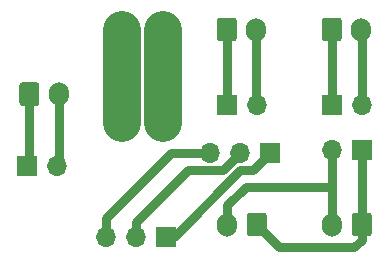
<source format=gbr>
%TF.GenerationSoftware,KiCad,Pcbnew,(5.1.7)-1*%
%TF.CreationDate,2020-11-08T19:50:20-06:00*%
%TF.ProjectId,3DP_HotEnd_Breakout,3344505f-486f-4744-956e-645f42726561,rev?*%
%TF.SameCoordinates,Original*%
%TF.FileFunction,Copper,L2,Bot*%
%TF.FilePolarity,Positive*%
%FSLAX46Y46*%
G04 Gerber Fmt 4.6, Leading zero omitted, Abs format (unit mm)*
G04 Created by KiCad (PCBNEW (5.1.7)-1) date 2020-11-08 19:50:20*
%MOMM*%
%LPD*%
G01*
G04 APERTURE LIST*
%TA.AperFunction,ComponentPad*%
%ADD10O,1.700000X2.000000*%
%TD*%
%TA.AperFunction,ComponentPad*%
%ADD11R,1.700000X1.700000*%
%TD*%
%TA.AperFunction,ComponentPad*%
%ADD12C,1.700000*%
%TD*%
%TA.AperFunction,ComponentPad*%
%ADD13O,1.700000X1.700000*%
%TD*%
%TA.AperFunction,Conductor*%
%ADD14C,0.800000*%
%TD*%
%TA.AperFunction,Conductor*%
%ADD15C,0.250000*%
%TD*%
%TA.AperFunction,Conductor*%
%ADD16C,2.000000*%
%TD*%
%TA.AperFunction,Conductor*%
%ADD17C,3.250000*%
%TD*%
G04 APERTURE END LIST*
D10*
%TO.P,J13,2*%
%TO.N,-THERM*%
X95000000Y-67700000D03*
%TO.P,J13,1*%
%TO.N,+THERM*%
%TA.AperFunction,ComponentPad*%
G36*
G01*
X91650000Y-68450000D02*
X91650000Y-66950000D01*
G75*
G02*
X91900000Y-66700000I250000J0D01*
G01*
X93100000Y-66700000D01*
G75*
G02*
X93350000Y-66950000I0J-250000D01*
G01*
X93350000Y-68450000D01*
G75*
G02*
X93100000Y-68700000I-250000J0D01*
G01*
X91900000Y-68700000D01*
G75*
G02*
X91650000Y-68450000I0J250000D01*
G01*
G37*
%TD.AperFunction*%
%TD*%
%TO.P,J11,2*%
%TO.N,+V_LED*%
X111720000Y-62230000D03*
%TO.P,J11,1*%
%TO.N,-V_LED*%
%TA.AperFunction,ComponentPad*%
G36*
G01*
X108370000Y-62980000D02*
X108370000Y-61480000D01*
G75*
G02*
X108620000Y-61230000I250000J0D01*
G01*
X109820000Y-61230000D01*
G75*
G02*
X110070000Y-61480000I0J-250000D01*
G01*
X110070000Y-62980000D01*
G75*
G02*
X109820000Y-63230000I-250000J0D01*
G01*
X108620000Y-63230000D01*
G75*
G02*
X108370000Y-62980000I0J250000D01*
G01*
G37*
%TD.AperFunction*%
%TD*%
%TO.P,J4,2*%
%TO.N,+FAN1*%
X118150000Y-78740000D03*
%TO.P,J4,1*%
%TO.N,-FAN1*%
%TA.AperFunction,ComponentPad*%
G36*
G01*
X121500000Y-77990000D02*
X121500000Y-79490000D01*
G75*
G02*
X121250000Y-79740000I-250000J0D01*
G01*
X120050000Y-79740000D01*
G75*
G02*
X119800000Y-79490000I0J250000D01*
G01*
X119800000Y-77990000D01*
G75*
G02*
X120050000Y-77740000I250000J0D01*
G01*
X121250000Y-77740000D01*
G75*
G02*
X121500000Y-77990000I0J-250000D01*
G01*
G37*
%TD.AperFunction*%
%TD*%
%TO.P,J3,2*%
%TO.N,+FAN1*%
X109260000Y-78740000D03*
%TO.P,J3,1*%
%TO.N,-FAN1*%
%TA.AperFunction,ComponentPad*%
G36*
G01*
X112610000Y-77990000D02*
X112610000Y-79490000D01*
G75*
G02*
X112360000Y-79740000I-250000J0D01*
G01*
X111160000Y-79740000D01*
G75*
G02*
X110910000Y-79490000I0J250000D01*
G01*
X110910000Y-77990000D01*
G75*
G02*
X111160000Y-77740000I250000J0D01*
G01*
X112360000Y-77740000D01*
G75*
G02*
X112610000Y-77990000I0J-250000D01*
G01*
G37*
%TD.AperFunction*%
%TD*%
%TO.P,J2,2*%
%TO.N,+FAN0*%
X120610000Y-62230000D03*
%TO.P,J2,1*%
%TO.N,-FAN0*%
%TA.AperFunction,ComponentPad*%
G36*
G01*
X117260000Y-62980000D02*
X117260000Y-61480000D01*
G75*
G02*
X117510000Y-61230000I250000J0D01*
G01*
X118710000Y-61230000D01*
G75*
G02*
X118960000Y-61480000I0J-250000D01*
G01*
X118960000Y-62980000D01*
G75*
G02*
X118710000Y-63230000I-250000J0D01*
G01*
X117510000Y-63230000D01*
G75*
G02*
X117260000Y-62980000I0J250000D01*
G01*
G37*
%TD.AperFunction*%
%TD*%
D11*
%TO.P,J7,1*%
%TO.N,+V_IN*%
X100300000Y-70250000D03*
D12*
%TO.P,J7,2*%
%TO.N,-V_IN*%
X103800000Y-70250000D03*
%TD*%
D13*
%TO.P,J11,2*%
%TO.N,+V_LED*%
X111760000Y-68580000D03*
D11*
%TO.P,J11,1*%
%TO.N,-V_LED*%
X109220000Y-68580000D03*
%TD*%
D13*
%TO.P,J12,2*%
%TO.N,-THERM*%
X94840000Y-73750000D03*
D11*
%TO.P,J12,1*%
%TO.N,+THERM*%
X92300000Y-73750000D03*
%TD*%
D13*
%TO.P,J9,3*%
%TO.N,-V_Probe*%
X99010000Y-79750000D03*
%TO.P,J9,2*%
%TO.N,+3V3*%
X101550000Y-79750000D03*
D11*
%TO.P,J9,1*%
%TO.N,Z_PROBE_CONN*%
X104090000Y-79750000D03*
%TD*%
D13*
%TO.P,J5,2*%
%TO.N,+FAN1*%
X118110000Y-72390000D03*
D11*
%TO.P,J5,1*%
%TO.N,-FAN1*%
X120650000Y-72390000D03*
%TD*%
D13*
%TO.P,J1,2*%
%TO.N,+FAN0*%
X120650000Y-68580000D03*
D11*
%TO.P,J1,1*%
%TO.N,-FAN0*%
X118110000Y-68580000D03*
%TD*%
%TO.P,J6,1*%
%TO.N,-V_IN*%
X103830000Y-62180001D03*
D12*
%TO.P,J6,2*%
%TO.N,+V_IN*%
X100330000Y-62180001D03*
%TD*%
D13*
%TO.P,J8,3*%
%TO.N,-V_Probe*%
X107820000Y-72700000D03*
%TO.P,J8,2*%
%TO.N,+3V3*%
X110360000Y-72700000D03*
D11*
%TO.P,J8,1*%
%TO.N,Z_PROBE_CONN*%
X112900000Y-72700000D03*
%TD*%
D14*
%TO.N,+3V3*%
X101550000Y-78547919D02*
X101550000Y-79750000D01*
X105947918Y-74150001D02*
X101550000Y-78547919D01*
X108909999Y-74150001D02*
X105947918Y-74150001D01*
X110360000Y-72700000D02*
X108909999Y-74150001D01*
%TO.N,Z_PROBE_CONN*%
X110324225Y-74150001D02*
X104724226Y-79750000D01*
X111449999Y-74150001D02*
X110324225Y-74150001D01*
X104724226Y-79750000D02*
X104090000Y-79750000D01*
X112900000Y-72700000D02*
X111449999Y-74150001D01*
%TO.N,-FAN0*%
X118110000Y-62230000D02*
X118110000Y-68580000D01*
%TO.N,-FAN1*%
X120650000Y-78740000D02*
X120650000Y-72390000D01*
X120650000Y-78740000D02*
X120650000Y-80010000D01*
X120650000Y-80010000D02*
X120015000Y-80645000D01*
X113665000Y-80645000D02*
X111760000Y-78740000D01*
X120015000Y-80645000D02*
X113665000Y-80645000D01*
D15*
%TO.N,+V_LED*%
X111720000Y-62230000D02*
X111720000Y-62230000D01*
X111760000Y-68580000D02*
X111760000Y-68580000D01*
X111720000Y-68540000D02*
X111760000Y-68580000D01*
D14*
X111720000Y-62230000D02*
X111720000Y-68540000D01*
D15*
%TO.N,-V_LED*%
X109220000Y-68580000D02*
X109220000Y-68580000D01*
X109220000Y-62230000D02*
X109220000Y-62230000D01*
X109220000Y-62230000D02*
X109220000Y-62230000D01*
X109220000Y-62230000D02*
X109220000Y-62230000D01*
D14*
X109220000Y-62230000D02*
X109220000Y-68580000D01*
D15*
%TO.N,+FAN0*%
X120650000Y-62270000D02*
X120610000Y-62230000D01*
D14*
X120650000Y-68580000D02*
X120650000Y-62270000D01*
%TO.N,+FAN1*%
X118110000Y-78700000D02*
X118150000Y-78740000D01*
X118150000Y-78740000D02*
X118150000Y-78145000D01*
X118110000Y-72390000D02*
X118110000Y-74930000D01*
X109260000Y-78740000D02*
X109260000Y-77090000D01*
X110810001Y-75539999D02*
X118039999Y-75539999D01*
X109260000Y-77090000D02*
X110810001Y-75539999D01*
X118039999Y-75539999D02*
X118110000Y-75610000D01*
X118110000Y-75610000D02*
X118110000Y-78700000D01*
X118110000Y-74930000D02*
X118110000Y-75610000D01*
D16*
%TO.N,-V_IN*%
X100330000Y-70120002D02*
X100300000Y-70150002D01*
D17*
X100330000Y-62279999D02*
X100330000Y-70120002D01*
%TO.N,+V_IN*%
X103830000Y-70120002D02*
X103800000Y-70150002D01*
X103830000Y-62279999D02*
X103830000Y-70120002D01*
D14*
%TO.N,-V_Probe*%
X99000000Y-79740000D02*
X99010000Y-79750000D01*
X107820000Y-72700000D02*
X104500000Y-72700000D01*
X99010000Y-78190000D02*
X99010000Y-79750000D01*
X104500000Y-72700000D02*
X99010000Y-78190000D01*
%TO.N,-THERM*%
X95000000Y-73590000D02*
X94840000Y-73750000D01*
X95000000Y-67700000D02*
X95000000Y-73590000D01*
%TO.N,+THERM*%
X92500000Y-73550000D02*
X92300000Y-73750000D01*
X92500000Y-67700000D02*
X92500000Y-73550000D01*
%TD*%
M02*

</source>
